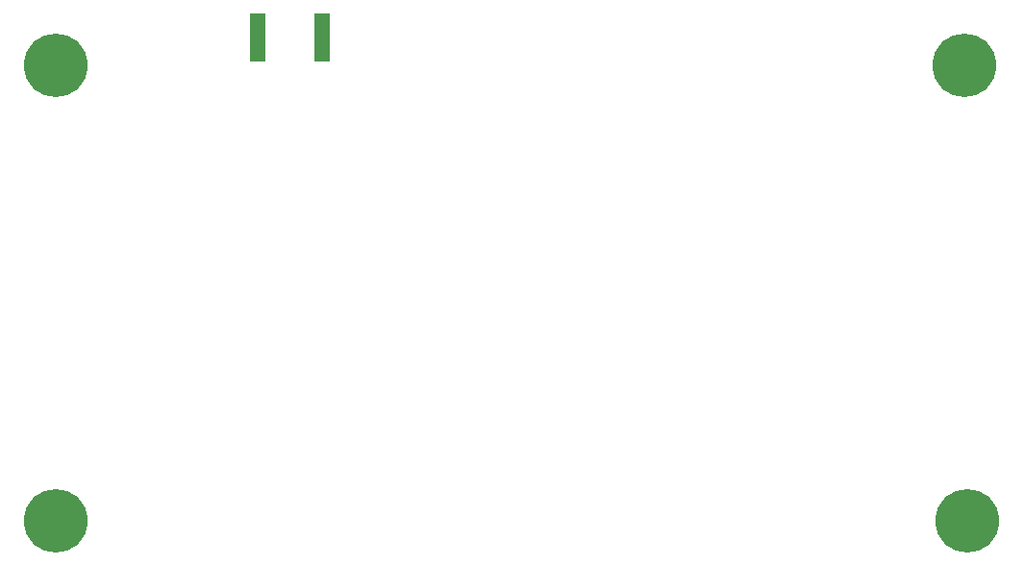
<source format=gbr>
%TF.GenerationSoftware,KiCad,Pcbnew,8.0.5*%
%TF.CreationDate,2024-11-14T08:39:16+01:00*%
%TF.ProjectId,LISN_5u,4c49534e-5f35-4752-9e6b-696361645f70,rev?*%
%TF.SameCoordinates,Original*%
%TF.FileFunction,Soldermask,Bot*%
%TF.FilePolarity,Negative*%
%FSLAX46Y46*%
G04 Gerber Fmt 4.6, Leading zero omitted, Abs format (unit mm)*
G04 Created by KiCad (PCBNEW 8.0.5) date 2024-11-14 08:39:16*
%MOMM*%
%LPD*%
G01*
G04 APERTURE LIST*
%ADD10C,3.600000*%
%ADD11C,5.600000*%
%ADD12R,1.350000X4.200000*%
G04 APERTURE END LIST*
D10*
%TO.C,H104*%
X74634000Y-113792000D03*
D11*
X74634000Y-113792000D03*
%TD*%
D10*
%TO.C,H103*%
X154898000Y-113792000D03*
D11*
X154898000Y-113792000D03*
%TD*%
D10*
%TO.C,H102*%
X154644000Y-73660000D03*
D11*
X154644000Y-73660000D03*
%TD*%
D10*
%TO.C,H101*%
X74634000Y-73660000D03*
D11*
X74634000Y-73660000D03*
%TD*%
D12*
%TO.C,X101*%
X98033000Y-71210500D03*
X92383000Y-71210500D03*
%TD*%
M02*

</source>
